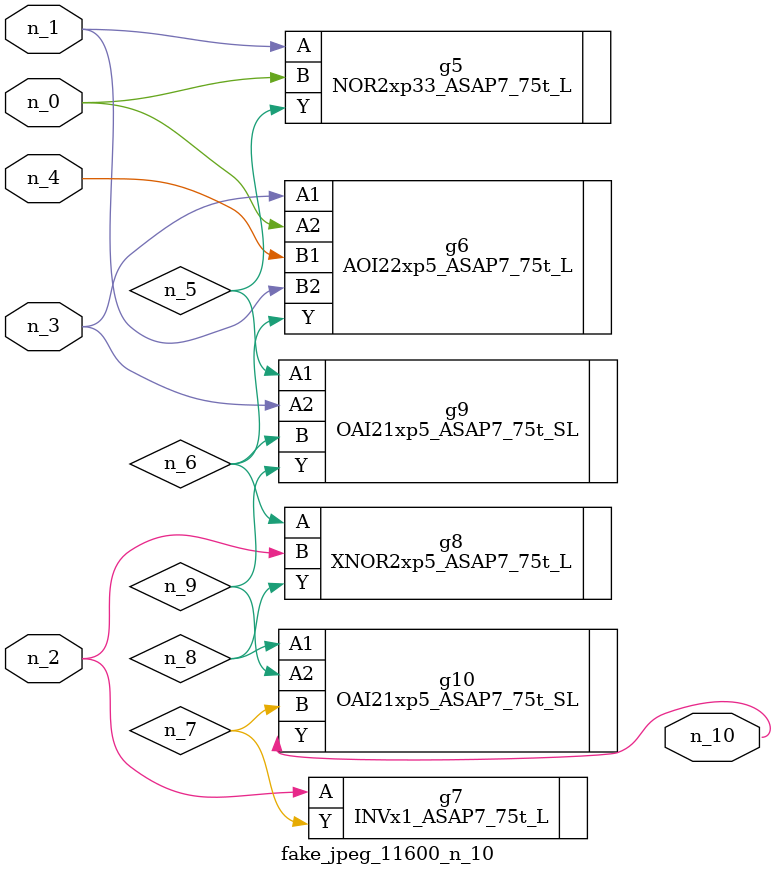
<source format=v>
module fake_jpeg_11600_n_10 (n_3, n_2, n_1, n_0, n_4, n_10);

input n_3;
input n_2;
input n_1;
input n_0;
input n_4;

output n_10;

wire n_8;
wire n_9;
wire n_6;
wire n_5;
wire n_7;

NOR2xp33_ASAP7_75t_L g5 ( 
.A(n_1),
.B(n_0),
.Y(n_5)
);

AOI22xp5_ASAP7_75t_L g6 ( 
.A1(n_3),
.A2(n_0),
.B1(n_4),
.B2(n_1),
.Y(n_6)
);

INVx1_ASAP7_75t_L g7 ( 
.A(n_2),
.Y(n_7)
);

XNOR2xp5_ASAP7_75t_L g8 ( 
.A(n_6),
.B(n_2),
.Y(n_8)
);

OAI21xp5_ASAP7_75t_SL g10 ( 
.A1(n_8),
.A2(n_9),
.B(n_7),
.Y(n_10)
);

OAI21xp5_ASAP7_75t_SL g9 ( 
.A1(n_5),
.A2(n_3),
.B(n_6),
.Y(n_9)
);


endmodule
</source>
